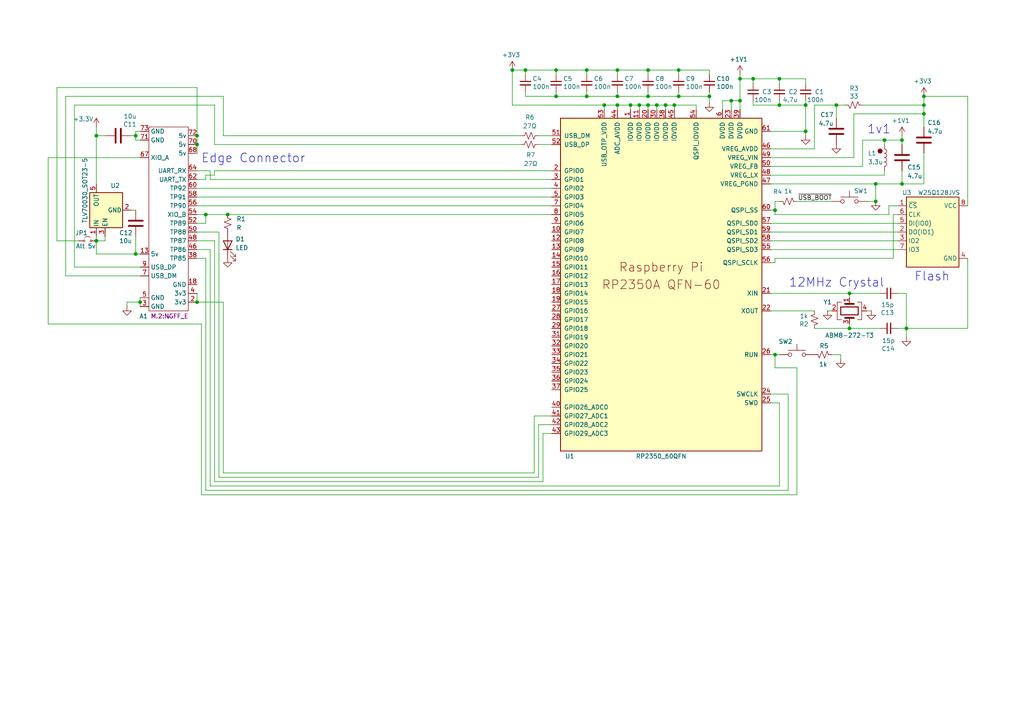
<source format=kicad_sch>
(kicad_sch (version 20231120) (generator "eeschema") (generator_version "8.0")
  (paper "A4")
  (title_block (title "minimal blink layout") (date "2024-10-25") (rev "0.2") (company "DEFAULT") (comment 1 "https://github.com/defa1337"))
  (lib_symbols
    (symbol "DEFAULT:E_Key"
      (property "Reference" "A1" (at -30.48 -7.112 0))
      (property "Value" "~" (at -29.972 -5.08 0))
      (property "Footprint" "M.2:NGFF_E" (at -5.588 -1.27 0))
      (symbol "E_Key_0_1"
        (rectangle (start -26.67 2.54) (end 26.67 -8.89))
      )
      (symbol "E_Key_1_1"
        (pin power_in line (at -10.16 5.08 270) (length 2.54) (name "5v") (number "13"))
        (pin power_in line (at -19.05 -11.43 90) (length 2.54) (name "GND") (number "18"))
        (pin power_in line (at -24.13 -11.43 90) (length 2.54) (name "3v3") (number "2"))
        (pin power_in line (at -25.4 5.08 270) (length 2.54) (name "GND") (number "3"))
        (pin bidirectional line (at -11.43 -11.43 90) (length 2.54) (name "TP85") (number "38"))
        (pin power_in line (at -21.59 -11.43 90) (length 2.54) (name "3v3") (number "4"))
        (pin bidirectional line (at -8.89 -11.43 90) (length 2.54) (name "TP86") (number "46"))
        (pin bidirectional line (at -6.35 -11.43 90) (length 2.54) (name "TP87") (number "48"))
        (pin power_in line (at -22.86 5.08 270) (length 2.54) (name "GND") (number "5"))
        (pin bidirectional line (at -3.81 -11.43 90) (length 2.54) (name "TP88") (number "50"))
        (pin bidirectional line (at -1.27 -11.43 90) (length 2.54) (name "TP89") (number "52"))
        (pin bidirectional line (at 1.27 -11.43 90) (length 2.54) (name "XIO_B") (number "54"))
        (pin bidirectional line (at 3.81 -11.43 90) (length 2.54) (name "TP90") (number "56"))
        (pin bidirectional line (at 6.35 -11.43 90) (length 2.54) (name "TP91") (number "58"))
        (pin bidirectional line (at 8.89 -11.43 90) (length 2.54) (name "TP92") (number "60"))
        (pin output line (at 11.43 -11.43 90) (length 2.54) (name "UART_TX") (number "62"))
        (pin input line (at 13.97 -11.43 90) (length 2.54) (name "UART_RX") (number "64"))
        (pin input line (at 17.78 5.08 270) (length 2.54) (name "XIO_A") (number "67"))
        (pin power_in line (at 19.05 -11.43 90) (length 2.54) (name "5v") (number "68"))
        (pin bidirectional line (at -16.51 5.08 270) (length 2.54) (name "USB_DM") (number "7"))
        (pin power_in line (at 21.59 -11.43 90) (length 2.54) (name "5v") (number "70"))
        (pin power_in line (at 22.86 5.08 270) (length 2.54) (name "GND") (number "71"))
        (pin power_in line (at 24.13 -11.43 90) (length 2.54) (name "5v") (number "72"))
        (pin power_in line (at 25.4 5.08 270) (length 2.54) (name "GND") (number "73"))
        (pin bidirectional line (at -13.97 5.08 270) (length 2.54) (name "USB_DP") (number "9"))
      )
    )
    (symbol "Device:C" (pin_numbers hide) (pin_names (offset 0.254))
      (property "Reference" "C" (at 0.635 2.54 0))
      (property "Value" "C" (at 0.635 -2.54 0))
      (symbol "C_0_1"
        (polyline (pts (xy -2.032 -0.762) (xy 2.032 -0.762)) (stroke (width 0.508)))
        (polyline (pts (xy -2.032 0.762) (xy 2.032 0.762)) (stroke (width 0.508)))
      )
      (symbol "C_1_1"
        (pin passive line (at 0 3.81 270) (length 2.794) (name "~") (number "1"))
        (pin passive line (at 0 -3.81 90) (length 2.794) (name "~") (number "2"))
      )
    )
    (symbol "Device:C_Small" (pin_numbers hide) (pin_names (offset 0.254) hide)
      (property "Reference" "C" (at 0.254 1.778 0))
      (property "Value" "C_Small" (at 0.254 -2.032 0))
      (symbol "C_Small_0_1"
        (polyline (pts (xy -1.524 -0.508) (xy 1.524 -0.508)) (stroke (width 0.3302)))
        (polyline (pts (xy -1.524 0.508) (xy 1.524 0.508)) (stroke (width 0.3048)))
      )
      (symbol "C_Small_1_1"
        (pin passive line (at 0 2.54 270) (length 2.032) (name "~") (number "1"))
        (pin passive line (at 0 -2.54 90) (length 2.032) (name "~") (number "2"))
      )
    )
    (symbol "Device:Crystal_GND24" (pin_names (offset 1.016) hide)
      (property "Reference" "Y" (at 3.175 5.08 0))
      (property "Value" "Crystal_GND24" (at 3.175 3.175 0))
      (symbol "Crystal_GND24_0_1"
        (rectangle (start -1.143 2.54) (end 1.143 -2.54) (stroke (width 0.3048)))
        (polyline (pts (xy -2.54 0) (xy -2.032 0)))
        (polyline (pts (xy -2.032 -1.27) (xy -2.032 1.27)) (stroke (width 0.508)))
        (polyline (pts (xy 0 -3.81) (xy 0 -3.556)))
        (polyline (pts (xy 0 3.556) (xy 0 3.81)))
        (polyline (pts (xy 2.032 -1.27) (xy 2.032 1.27)) (stroke (width 0.508)))
        (polyline (pts (xy 2.032 0) (xy 2.54 0)))
        (polyline (pts (xy -2.54 -2.286) (xy -2.54 -3.556) (xy 2.54 -3.556) (xy 2.54 -2.286)))
        (polyline (pts (xy -2.54 2.286) (xy -2.54 3.556) (xy 2.54 3.556) (xy 2.54 2.286)))
      )
      (symbol "Crystal_GND24_1_1"
        (pin passive line (at -3.81 0 0) (length 1.27) (name "1") (number "1"))
        (pin passive line (at 0 5.08 270) (length 1.27) (name "2") (number "2"))
        (pin passive line (at 3.81 0 180) (length 1.27) (name "3") (number "3"))
        (pin passive line (at 0 -5.08 90) (length 1.27) (name "4") (number "4"))
      )
    )
    (symbol "Device:L" (pin_numbers hide) (pin_names (offset 1.016) hide)
      (property "Reference" "L" (at -1.27 0 90))
      (property "Value" "L" (at 1.905 0 90))
      (symbol "L_0_1"
        (arc (start 0 -2.54) (mid 0.6323 -1.905) (end 0 -1.27))
        (arc (start 0 -1.27) (mid 0.6323 -0.635) (end 0 0))
        (arc (start 0 0) (mid 0.6323 0.635) (end 0 1.27))
        (arc (start 0 1.27) (mid 0.6323 1.905) (end 0 2.54))
      )
      (symbol "L_1_1"
        (pin passive line (at 0 3.81 270) (length 1.27) (name "1") (number "1"))
        (pin passive line (at 0 -3.81 90) (length 1.27) (name "2") (number "2"))
      )
    )
    (symbol "Device:LED" (pin_numbers hide) (pin_names (offset 1.016) hide)
      (property "Reference" "D" (at 0 2.54 0))
      (property "Value" "LED" (at 0 -2.54 0))
      (symbol "LED_0_1"
        (polyline (pts (xy -1.27 -1.27) (xy -1.27 1.27)) (stroke (width 0.254)))
        (polyline (pts (xy -1.27 0) (xy 1.27 0)))
        (polyline (pts (xy 1.27 -1.27) (xy 1.27 1.27) (xy -1.27 0) (xy 1.27 -1.27)) (stroke (width 0.254)))
        (polyline (pts (xy -3.048 -0.762) (xy -4.572 -2.286) (xy -3.81 -2.286) (xy -4.572 -2.286) (xy -4.572 -1.524)))
        (polyline (pts (xy -1.778 -0.762) (xy -3.302 -2.286) (xy -2.54 -2.286) (xy -3.302 -2.286) (xy -3.302 -1.524)))
      )
      (symbol "LED_1_1"
        (pin passive line (at -3.81 0 0) (length 2.54) (name "K") (number "1"))
        (pin passive line (at 3.81 0 180) (length 2.54) (name "A") (number "2"))
      )
    )
    (symbol "Device:R_Small_US" (pin_numbers hide) (pin_names (offset 0.254) hide)
      (property "Reference" "R" (at 0.762 0.508 0))
      (property "Value" "R_Small_US" (at 0.762 -1.016 0))
      (symbol "R_Small_US_1_1"
        (polyline (pts (xy 0 0) (xy 1.016 -0.381) (xy 0 -0.762) (xy -1.016 -1.143) (xy 0 -1.524)))
        (polyline (pts (xy 0 1.524) (xy 1.016 1.143) (xy 0 0.762) (xy -1.016 0.381) (xy 0 0)))
        (pin passive line (at 0 2.54 270) (length 1.016) (name "~") (number "1"))
        (pin passive line (at 0 -2.54 90) (length 1.016) (name "~") (number "2"))
      )
    )
    (symbol "Jumper:Jumper_2_Small_Open" (pin_numbers hide) (pin_names (offset 0) hide) (exclude_from_sim yes)
      (property "Reference" "JP" (at 0 2.794 0))
      (property "Value" "Jumper_2_Small_Open" (at 0 -2.286 0))
      (symbol "Jumper_2_Small_Open_0_0"
        (circle (center -1.016 0) (radius 0.254))
        (circle (center 1.016 0) (radius 0.254))
      )
      (symbol "Jumper_2_Small_Open_0_1"
        (arc (start 0.762 1.0196) (mid 0 1.2729) (end -0.762 1.0196))
      )
      (symbol "Jumper_2_Small_Open_1_1"
        (pin passive line (at -2.54 0 0) (length 1.27) (name "A") (number "1"))
        (pin passive line (at 2.54 0 180) (length 1.27) (name "B") (number "2"))
      )
    )
    (symbol "MCU_RaspberryPi_RP2350:RP2350_60QFN" (pin_names (offset 1.016))
      (property "Reference" "U1" (at 25.146 -49.784 0))
      (property "Value" "RP2350_60QFN" (at -7.366 -49.784 0))
      (symbol "RP2350_60QFN_0_0"
        (text "Raspberry Pi" (at 0 5.08 0) (effects (font (size 2.54 2.54))))
      )
      (symbol "RP2350_60QFN_0_1"
        (rectangle (start -29.21 48.26) (end 29.21 -48.26) (stroke (width 0.254)) (fill (type background)))
      )
      (symbol "RP2350_60QFN_1_0"
        (text "RP2350A QFN-60" (at 0 0 0) (effects (font (size 2.54 2.54))))
      )
      (symbol "RP2350_60QFN_1_1"
        (pin power_in line (at 8.89 50.8 270) (length 2.54) (name "IOVDD") (number "1"))
        (pin bidirectional line (at 31.75 15.24 180) (length 2.54) (name "GPIO7") (number "10"))
        (pin power_in line (at 6.35 50.8 270) (length 2.54) (name "IOVDD") (number "11"))
        (pin bidirectional line (at 31.75 12.7 180) (length 2.54) (name "GPIO8") (number "12"))
        (pin bidirectional line (at 31.75 10.16 180) (length 2.54) (name "GPIO9") (number "13"))
        (pin bidirectional line (at 31.75 7.62 180) (length 2.54) (name "GPIO10") (number "14"))
        (pin bidirectional line (at 31.75 5.08 180) (length 2.54) (name "GPIO11") (number "15"))
        (pin bidirectional line (at 31.75 2.54 180) (length 2.54) (name "GPIO12") (number "16"))
        (pin bidirectional line (at 31.75 0 180) (length 2.54) (name "GPIO13") (number "17"))
        (pin bidirectional line (at 31.75 -2.54 180) (length 2.54) (name "GPIO14") (number "18"))
        (pin bidirectional line (at 31.75 -5.08 180) (length 2.54) (name "GPIO15") (number "19"))
        (pin bidirectional line (at 31.75 33.02 180) (length 2.54) (name "GPIO0") (number "2"))
        (pin power_in line (at 3.81 50.8 270) (length 2.54) (name "IOVDD") (number "20"))
        (pin input line (at -31.75 -2.54 0) (length 2.54) (name "XIN") (number "21"))
        (pin passive line (at -31.75 -7.62 0) (length 2.54) (name "XOUT") (number "22"))
        (pin power_in line (at -20.32 50.8 270) (length 2.54) (name "DVDD") (number "23"))
        (pin output line (at -31.75 -31.75 0) (length 2.54) (name "SWCLK") (number "24"))
        (pin bidirectional line (at -31.75 -34.29 0) (length 2.54) (name "SWD") (number "25"))
        (pin input line (at -31.75 -20.32 0) (length 2.54) (name "RUN") (number "26"))
        (pin bidirectional line (at 31.75 -7.62 180) (length 2.54) (name "GPIO16") (number "27"))
        (pin bidirectional line (at 31.75 -10.16 180) (length 2.54) (name "GPIO17") (number "28"))
        (pin bidirectional line (at 31.75 -12.7 180) (length 2.54) (name "GPIO18") (number "29"))
        (pin bidirectional line (at 31.75 30.48 180) (length 2.54) (name "GPIO1") (number "3"))
        (pin power_in line (at 1.27 50.8 270) (length 2.54) (name "IOVDD") (number "30"))
        (pin bidirectional line (at 31.75 -15.24 180) (length 2.54) (name "GPIO19") (number "31"))
        (pin bidirectional line (at 31.75 -17.78 180) (length 2.54) (name "GPIO20") (number "32"))
        (pin bidirectional line (at 31.75 -20.32 180) (length 2.54) (name "GPIO21") (number "33"))
        (pin bidirectional line (at 31.75 -22.86 180) (length 2.54) (name "GPIO22") (number "34"))
        (pin bidirectional line (at 31.75 -25.4 180) (length 2.54) (name "GPIO23") (number "35"))
        (pin bidirectional line (at 31.75 -27.94 180) (length 2.54) (name "GPIO24") (number "36"))
        (pin bidirectional line (at 31.75 -30.48 180) (length 2.54) (name "GPIO25") (number "37"))
        (pin power_in line (at -1.27 50.8 270) (length 2.54) (name "IOVDD") (number "38"))
        (pin power_in line (at -22.86 50.8 270) (length 2.54) (name "DVDD") (number "39"))
        (pin bidirectional line (at 31.75 27.94 180) (length 2.54) (name "GPIO2") (number "4"))
        (pin bidirectional line (at 31.75 -35.56 180) (length 2.54) (name "GPIO26_ADC0") (number "40"))
        (pin bidirectional line (at 31.75 -38.1 180) (length 2.54) (name "GPIO27_ADC1") (number "41"))
        (pin bidirectional line (at 31.75 -40.64 180) (length 2.54) (name "GPIO28_ADC2") (number "42"))
        (pin bidirectional line (at 31.75 -43.18 180) (length 2.54) (name "GPIO29_ADC3") (number "43"))
        (pin power_in line (at 12.7 50.8 270) (length 2.54) (name "ADC_AVDD") (number "44"))
        (pin power_in line (at -3.81 50.8 270) (length 2.54) (name "IOVDD") (number "45"))
        (pin power_in line (at -31.75 39.37 0) (length 2.54) (name "VREG_AVDD") (number "46"))
        (pin power_in line (at -31.75 29.21 0) (length 2.54) (name "VREG_PGND") (number "47"))
        (pin power_out line (at -31.75 31.75 0) (length 2.54) (name "VREG_LX") (number "48"))
        (pin power_in line (at -31.75 36.83 0) (length 2.54) (name "VREG_VIN") (number "49"))
        (pin bidirectional line (at 31.75 25.4 180) (length 2.54) (name "GPIO3") (number "5"))
        (pin input line (at -31.75 34.29 0) (length 2.54) (name "VREG_FB") (number "50"))
        (pin bidirectional line (at 31.75 43.18 180) (length 2.54) (name "USB_DM") (number "51"))
        (pin bidirectional line (at 31.75 40.64 180) (length 2.54) (name "USB_DP") (number "52"))
        (pin power_in line (at 16.51 50.8 270) (length 2.54) (name "USB_OTP_VDD") (number "53"))
        (pin power_in line (at -10.16 50.8 270) (length 2.54) (name "QSPI_IOVDD") (number "54"))
        (pin bidirectional line (at -31.75 10.16 0) (length 2.54) (name "QSPI_SD3") (number "55"))
        (pin output line (at -31.75 6.35 0) (length 2.54) (name "QSPI_SCLK") (number "56"))
        (pin bidirectional line (at -31.75 17.78 0) (length 2.54) (name "QSPI_SD0") (number "57"))
        (pin bidirectional line (at -31.75 12.7 0) (length 2.54) (name "QSPI_SD2") (number "58"))
        (pin bidirectional line (at -31.75 15.24 0) (length 2.54) (name "QSPI_SD1") (number "59"))
        (pin power_in line (at -17.78 50.8 270) (length 2.54) (name "DVDD") (number "6"))
        (pin bidirectional line (at -31.75 21.59 0) (length 2.54) (name "QSPI_SS") (number "60"))
        (pin power_in line (at -31.75 44.45 0) (length 2.54) (name "GND") (number "61"))
        (pin bidirectional line (at 31.75 22.86 180) (length 2.54) (name "GPIO4") (number "7"))
        (pin bidirectional line (at 31.75 20.32 180) (length 2.54) (name "GPIO5") (number "8"))
        (pin bidirectional line (at 31.75 17.78 180) (length 2.54) (name "GPIO6") (number "9"))
      )
    )
    (symbol "Memory_Flash:W25Q128JVS"
      (property "Reference" "U3" (at 6.096 12.192 0))
      (property "Value" "W25Q128JVS" (at -7.62 11.684 0))
      (symbol "W25Q128JVS_0_1"
        (rectangle (start -7.62 10.16) (end 7.62 -10.16) (stroke (width 0.254)) (fill (type background)))
      )
      (symbol "W25Q128JVS_1_1"
        (pin input line (at -10.16 7.62 0) (length 2.54) (name "~{CS}") (number "1"))
        (pin bidirectional line (at -10.16 0 0) (length 2.54) (name "DO(IO1)") (number "2"))
        (pin bidirectional line (at -10.16 -2.54 0) (length 2.54) (name "IO2") (number "3"))
        (pin power_in line (at 10.16 -7.62 180) (length 2.54) (name "GND") (number "4"))
        (pin bidirectional line (at -10.16 2.54 0) (length 2.54) (name "DI(IO0)") (number "5"))
        (pin input line (at -10.16 5.08 0) (length 2.54) (name "CLK") (number "6"))
        (pin bidirectional line (at -10.16 -5.08 0) (length 2.54) (name "IO3") (number "7"))
        (pin power_in line (at 10.16 7.62 180) (length 2.54) (name "VCC") (number "8"))
      )
    )
    (symbol "Regulator_Linear:TLV70030_SOT23-5" (pin_names (offset 0.254))
      (property "Reference" "U" (at -3.81 5.715 0))
      (property "Value" "TLV70030_SOT23-5" (at 0 5.715 0))
      (symbol "TLV70030_SOT23-5_0_1"
        (rectangle (start -5.08 4.445) (end 5.08 -5.08) (stroke (width 0.254)) (fill (type background)))
      )
      (symbol "TLV70030_SOT23-5_1_1"
        (pin power_in line (at -7.62 2.54 0) (length 2.54) (name "IN") (number "1"))
        (pin power_in line (at 0 -7.62 90) (length 2.54) (name "GND") (number "2"))
        (pin input line (at -7.62 0 0) (length 2.54) (name "EN") (number "3"))
        (pin no_connect line (at 5.08 0 180) (length 2.54) hide (name "NC") (number "4"))
        (pin power_out line (at 7.62 2.54 180) (length 2.54) (name "OUT") (number "5"))
      )
    )
    (symbol "Switch:SW_Push" (pin_numbers hide) (pin_names (offset 1.016) hide)
      (property "Reference" "SW" (at 1.27 2.54 0))
      (property "Value" "SW_Push" (at 0 -1.524 0))
      (symbol "SW_Push_0_1"
        (circle (center -2.032 0) (radius 0.508))
        (polyline (pts (xy 0 1.27) (xy 0 3.048)))
        (polyline (pts (xy 2.54 1.27) (xy -2.54 1.27)))
        (circle (center 2.032 0) (radius 0.508))
        (pin passive line (at -5.08 0 0) (length 2.54) (name "1") (number "1"))
        (pin passive line (at 5.08 0 180) (length 2.54) (name "2") (number "2"))
      )
    )
    (symbol "power:+1V1" (power) (pin_names (offset 0))
      (property "Value" "+1V1" (at 0 3.556 0))
      (symbol "+1V1_0_1"
        (polyline (pts (xy -0.762 1.27) (xy 0 2.54)))
        (polyline (pts (xy 0 0) (xy 0 2.54)))
        (polyline (pts (xy 0 2.54) (xy 0.762 1.27)))
      )
      (symbol "+1V1_1_1"
        (pin power_in line (at 0 0 90) (length 0) hide (name "+1V1") (number "1"))
      )
    )
    (symbol "power:+3.3V" (power) (pin_numbers hide) (pin_names (offset 0) hide)
      (property "Value" "+3.3V" (at 0 3.556 0))
      (symbol "+3.3V_0_1"
        (polyline (pts (xy -0.762 1.27) (xy 0 2.54)))
        (polyline (pts (xy 0 0) (xy 0 2.54)))
        (polyline (pts (xy 0 2.54) (xy 0.762 1.27)))
      )
      (symbol "+3.3V_1_1"
        (pin power_in line (at 0 0 90) (length 0) (name "~") (number "1"))
      )
    )
    (symbol "power:+3V3" (power) (pin_names (offset 0))
      (property "Value" "+3V3" (at 0 3.556 0))
      (symbol "+3V3_0_1"
        (polyline (pts (xy -0.762 1.27) (xy 0 2.54)))
        (polyline (pts (xy 0 0) (xy 0 2.54)))
        (polyline (pts (xy 0 2.54) (xy 0.762 1.27)))
      )
      (symbol "+3V3_1_1"
        (pin power_in line (at 0 0 90) (length 0) hide (name "+3V3") (number "1"))
      )
    )
    (symbol "power:GND" (power) (pin_numbers hide) (pin_names (offset 0) hide)
      (property "Value" "GND" (at 0 -3.81 0))
      (symbol "GND_0_1"
        (polyline (pts (xy 0 0) (xy 0 -1.27) (xy 1.27 -1.27) (xy 0 -2.54) (xy -1.27 -1.27) (xy 0 -1.27)))
      )
      (symbol "GND_1_1"
        (pin power_in line (at 0 0 270) (length 0) (name "~") (number "1"))
      )
    )
  )
  (junction (at 224.79 102.87))
  (junction (at 214.63 29.21))
  (junction (at 27.94 69.85))
  (junction (at 233.68 30.48))
  (junction (at 224.79 60.96))
  (junction (at 161.29 20.32))
  (junction (at 175.26 30.48))
  (junction (at 267.97 27.94))
  (junction (at 205.74 27.94))
  (junction (at 57.15 39.37))
  (junction (at 246.38 95.25))
  (junction (at 226.06 30.48))
  (junction (at 40.64 87.63))
  (junction (at 179.07 27.94))
  (junction (at 179.07 30.48))
  (junction (at 193.04 30.48))
  (junction (at 152.4 20.32))
  (junction (at 267.97 30.48))
  (junction (at 179.07 20.32))
  (junction (at 185.42 30.48))
  (junction (at 39.37 39.37))
  (junction (at 246.38 85.09))
  (junction (at 242.57 30.48))
  (junction (at 182.88 30.48))
  (junction (at 190.5 30.48))
  (junction (at 254 53.34))
  (junction (at 187.96 27.94))
  (junction (at 170.18 27.94))
  (junction (at 267.97 33.02))
  (junction (at 59.69 62.23))
  (junction (at 196.85 27.94))
  (junction (at 254 58.42))
  (junction (at 256.54 40.64))
  (junction (at 57.15 87.63))
  (junction (at 226.06 22.86))
  (junction (at 187.96 30.48))
  (junction (at 57.15 41.91))
  (junction (at 212.09 29.21))
  (junction (at 261.62 40.64))
  (junction (at 195.58 30.48))
  (junction (at 214.63 22.86))
  (junction (at 262.89 95.25))
  (junction (at 187.96 20.32))
  (junction (at 170.18 20.32))
  (junction (at 148.59 20.32))
  (junction (at 233.68 38.1))
  (junction (at 27.94 39.37))
  (junction (at 161.29 27.94))
  (junction (at 261.62 53.34))
  (junction (at 196.85 20.32))
  (junction (at 218.44 22.86))
  (junction (at 39.37 73.66))
  (junction (at 66.04 62.23))
  (wire (pts (xy 223.52 116.84) (xy 226.06 116.84)))
  (wire (pts (xy 182.88 30.48) (xy 182.88 31.75)))
  (wire (pts (xy 27.94 73.66) (xy 39.37 73.66)))
  (wire (pts (xy 187.96 31.75) (xy 187.96 30.48)))
  (wire (pts (xy 57.15 59.69) (xy 160.02 59.69)))
  (wire (pts (xy 57.15 67.31) (xy 63.5 67.31)))
  (wire (pts (xy 63.5 138.43) (xy 156.21 138.43)))
  (wire (pts (xy 261.62 49.53) (xy 261.62 53.34)))
  (wire (pts (xy 226.06 140.97) (xy 60.96 140.97)))
  (wire (pts (xy 57.15 52.07) (xy 59.69 52.07)))
  (wire (pts (xy 233.68 24.13) (xy 233.68 22.86)))
  (wire (pts (xy 179.07 26.67) (xy 179.07 27.94)))
  (wire (pts (xy 40.64 80.01) (xy 19.05 80.01)))
  (wire (pts (xy 223.52 48.26) (xy 250.19 48.26)))
  (wire (pts (xy 63.5 67.31) (xy 63.5 138.43)))
  (wire (pts (xy 59.69 52.07) (xy 59.69 50.8)))
  (wire (pts (xy 57.15 49.53) (xy 60.96 49.53)))
  (wire (pts (xy 224.79 74.93) (xy 224.79 76.2)))
  (wire (pts (xy 224.79 106.68) (xy 231.14 106.68)))
  (wire (pts (xy 223.52 102.87) (xy 224.79 102.87)))
  (wire (pts (xy 170.18 26.67) (xy 170.18 27.94)))
  (wire (pts (xy 66.04 62.23) (xy 160.02 62.23)))
  (wire (pts (xy 224.79 102.87) (xy 226.06 102.87)))
  (wire (pts (xy 201.93 31.75) (xy 201.93 30.48)))
  (wire (pts (xy 231.14 106.68) (xy 231.14 143.51)))
  (wire (pts (xy 57.15 57.15) (xy 160.02 57.15)))
  (wire (pts (xy 57.15 25.4) (xy 16.51 25.4)))
  (wire (pts (xy 40.64 87.63) (xy 40.64 88.9)))
  (wire (pts (xy 179.07 20.32) (xy 187.96 20.32)))
  (wire (pts (xy 160.02 41.91) (xy 156.21 41.91)))
  (wire (pts (xy 16.51 25.4) (xy 16.51 69.85)))
  (wire (pts (xy 13.97 45.72) (xy 40.64 45.72)))
  (wire (pts (xy 62.23 41.91) (xy 62.23 30.48)))
  (wire (pts (xy 280.67 95.25) (xy 262.89 95.25)))
  (wire (pts (xy 179.07 27.94) (xy 187.96 27.94)))
  (wire (pts (xy 30.48 69.85) (xy 27.94 69.85)))
  (wire (pts (xy 195.58 30.48) (xy 193.04 30.48)))
  (wire (pts (xy 161.29 27.94) (xy 170.18 27.94)))
  (wire (pts (xy 161.29 20.32) (xy 170.18 20.32)))
  (wire (pts (xy 247.65 33.02) (xy 247.65 45.72)))
  (wire (pts (xy 218.44 22.86) (xy 214.63 22.86)))
  (wire (pts (xy 57.15 39.37) (xy 57.15 41.91)))
  (wire (pts (xy 280.67 27.94) (xy 280.67 59.69)))
  (wire (pts (xy 267.97 30.48) (xy 250.19 30.48)))
  (wire (pts (xy 255.27 95.25) (xy 246.38 95.25)))
  (wire (pts (xy 241.3 90.17) (xy 240.03 90.17)))
  (wire (pts (xy 57.15 54.61) (xy 160.02 54.61)))
  (wire (pts (xy 259.08 62.23) (xy 259.08 74.93)))
  (wire (pts (xy 212.09 31.75) (xy 212.09 29.21)))
  (wire (pts (xy 224.79 58.42) (xy 224.79 60.96)))
  (wire (pts (xy 212.09 29.21) (xy 214.63 29.21)))
  (wire (pts (xy 262.89 85.09) (xy 262.89 95.25)))
  (wire (pts (xy 62.23 139.7) (xy 62.23 69.85)))
  (wire (pts (xy 255.27 85.09) (xy 246.38 85.09)))
  (wire (pts (xy 260.35 95.25) (xy 262.89 95.25)))
  (wire (pts (xy 64.77 137.16) (xy 154.94 137.16)))
  (wire (pts (xy 19.05 80.01) (xy 19.05 27.94)))
  (wire (pts (xy 261.62 39.37) (xy 261.62 40.64)))
  (wire (pts (xy 236.22 43.18) (xy 236.22 30.48)))
  (wire (pts (xy 214.63 22.86) (xy 214.63 29.21)))
  (wire (pts (xy 209.55 29.21) (xy 209.55 31.75)))
  (wire (pts (xy 233.68 29.21) (xy 233.68 30.48)))
  (wire (pts (xy 196.85 27.94) (xy 205.74 27.94)))
  (wire (pts (xy 151.13 41.91) (xy 62.23 41.91)))
  (wire (pts (xy 36.83 87.63) (xy 40.64 87.63)))
  (wire (pts (xy 214.63 29.21) (xy 214.63 31.75)))
  (wire (pts (xy 218.44 24.13) (xy 218.44 22.86)))
  (wire (pts (xy 154.94 137.16) (xy 154.94 120.65)))
  (wire (pts (xy 224.79 76.2) (xy 223.52 76.2)))
  (wire (pts (xy 60.96 140.97) (xy 60.96 72.39)))
  (wire (pts (xy 223.52 114.3) (xy 228.6 114.3)))
  (wire (pts (xy 59.69 50.8) (xy 62.23 50.8)))
  (wire (pts (xy 242.57 30.48) (xy 245.11 30.48)))
  (wire (pts (xy 59.69 142.24) (xy 228.6 142.24)))
  (wire (pts (xy 39.37 68.58) (xy 39.37 73.66)))
  (wire (pts (xy 187.96 20.32) (xy 196.85 20.32)))
  (wire (pts (xy 195.58 31.75) (xy 195.58 30.48)))
  (wire (pts (xy 39.37 73.66) (xy 40.64 73.66)))
  (wire (pts (xy 226.06 58.42) (xy 224.79 58.42)))
  (wire (pts (xy 27.94 69.85) (xy 27.94 73.66)))
  (wire (pts (xy 254 53.34) (xy 261.62 53.34)))
  (wire (pts (xy 250.19 40.64) (xy 256.54 40.64)))
  (wire (pts (xy 233.68 30.48) (xy 233.68 38.1)))
  (wire (pts (xy 241.3 102.87) (xy 243.84 102.87)))
  (wire (pts (xy 223.52 69.85) (xy 260.35 69.85)))
  (wire (pts (xy 16.51 69.85) (xy 22.86 69.85)))
  (wire (pts (xy 246.38 93.98) (xy 246.38 95.25)))
  (wire (pts (xy 62.23 50.8) (xy 62.23 49.53)))
  (wire (pts (xy 280.67 74.93) (xy 280.67 95.25)))
  (wire (pts (xy 257.81 59.69) (xy 257.81 62.23)))
  (wire (pts (xy 233.68 22.86) (xy 226.06 22.86)))
  (wire (pts (xy 60.96 52.07) (xy 160.02 52.07)))
  (wire (pts (xy 231.14 58.42) (xy 241.3 58.42)))
  (wire (pts (xy 226.06 30.48) (xy 218.44 30.48)))
  (wire (pts (xy 156.21 39.37) (xy 160.02 39.37)))
  (wire (pts (xy 62.23 69.85) (xy 57.15 69.85)))
  (wire (pts (xy 57.15 74.93) (xy 59.69 74.93)))
  (wire (pts (xy 190.5 31.75) (xy 190.5 30.48)))
  (wire (pts (xy 152.4 20.32) (xy 161.29 20.32)))
  (wire (pts (xy 156.21 123.19) (xy 160.02 123.19)))
  (wire (pts (xy 64.77 87.63) (xy 64.77 137.16)))
  (wire (pts (xy 38.1 39.37) (xy 39.37 39.37)))
  (wire (pts (xy 64.77 39.37) (xy 151.13 39.37)))
  (wire (pts (xy 223.52 53.34) (xy 254 53.34)))
  (wire (pts (xy 57.15 64.77) (xy 59.69 64.77)))
  (wire (pts (xy 170.18 21.59) (xy 170.18 20.32)))
  (wire (pts (xy 179.07 31.75) (xy 179.07 30.48)))
  (wire (pts (xy 185.42 31.75) (xy 185.42 30.48)))
  (wire (pts (xy 58.42 93.98) (xy 13.97 93.98)))
  (wire (pts (xy 60.96 49.53) (xy 60.96 52.07)))
  (wire (pts (xy 231.14 143.51) (xy 58.42 143.51)))
  (wire (pts (xy 148.59 20.32) (xy 152.4 20.32)))
  (wire (pts (xy 223.52 45.72) (xy 247.65 45.72)))
  (wire (pts (xy 39.37 40.64) (xy 40.64 40.64)))
  (wire (pts (xy 260.35 85.09) (xy 262.89 85.09)))
  (wire (pts (xy 30.48 68.58) (xy 30.48 69.85)))
  (wire (pts (xy 224.79 62.23) (xy 224.79 60.96)))
  (wire (pts (xy 187.96 21.59) (xy 187.96 20.32)))
  (wire (pts (xy 223.52 50.8) (xy 256.54 50.8)))
  (wire (pts (xy 160.02 125.73) (xy 157.48 125.73)))
  (wire (pts (xy 182.88 30.48) (xy 179.07 30.48)))
  (wire (pts (xy 223.52 67.31) (xy 260.35 67.31)))
  (wire (pts (xy 27.94 36.83) (xy 27.94 39.37)))
  (wire (pts (xy 64.77 27.94) (xy 64.77 39.37)))
  (wire (pts (xy 256.54 40.64) (xy 256.54 41.91)))
  (wire (pts (xy 161.29 26.67) (xy 161.29 27.94)))
  (wire (pts (xy 267.97 30.48) (xy 267.97 33.02)))
  (wire (pts (xy 179.07 21.59) (xy 179.07 20.32)))
  (wire (pts (xy 40.64 86.36) (xy 40.64 87.63)))
  (wire (pts (xy 205.74 27.94) (xy 205.74 29.845)))
  (wire (pts (xy 21.59 77.47) (xy 40.64 77.47)))
  (wire (pts (xy 223.52 72.39) (xy 260.35 72.39)))
  (wire (pts (xy 228.6 114.3) (xy 228.6 142.24)))
  (wire (pts (xy 27.94 39.37) (xy 30.48 39.37)))
  (wire (pts (xy 152.4 21.59) (xy 152.4 20.32)))
  (wire (pts (xy 157.48 139.7) (xy 62.23 139.7)))
  (wire (pts (xy 224.79 106.68) (xy 224.79 102.87)))
  (wire (pts (xy 257.81 62.23) (xy 224.79 62.23)))
  (wire (pts (xy 205.74 21.59) (xy 205.74 20.32)))
  (wire (pts (xy 224.79 74.93) (xy 259.08 74.93)))
  (wire (pts (xy 185.42 30.48) (xy 182.88 30.48)))
  (wire (pts (xy 267.97 33.02) (xy 247.65 33.02)))
  (wire (pts (xy 280.67 27.94) (xy 267.97 27.94)))
  (wire (pts (xy 196.85 26.67) (xy 196.85 27.94)))
  (wire (pts (xy 267.97 33.02) (xy 267.97 36.83)))
  (wire (pts (xy 39.37 38.1) (xy 39.37 39.37)))
  (wire (pts (xy 57.15 87.63) (xy 64.77 87.63)))
  (wire (pts (xy 251.46 58.42) (xy 254 58.42)))
  (wire (pts (xy 212.09 29.21) (xy 209.55 29.21)))
  (wire (pts (xy 187.96 27.94) (xy 196.85 27.94)))
  (wire (pts (xy 154.94 120.65) (xy 160.02 120.65)))
  (wire (pts (xy 148.59 20.32) (xy 148.59 30.48)))
  (wire (pts (xy 39.37 38.1) (xy 40.64 38.1)))
  (wire (pts (xy 224.79 60.96) (xy 223.52 60.96)))
  (wire (pts (xy 256.54 49.53) (xy 256.54 50.8)))
  (wire (pts (xy 59.69 62.23) (xy 66.04 62.23)))
  (wire (pts (xy 205.74 26.67) (xy 205.74 27.94)))
  (wire (pts (xy 152.4 26.67) (xy 152.4 27.94)))
  (wire (pts (xy 175.26 30.48) (xy 175.26 31.75)))
  (wire (pts (xy 148.59 30.48) (xy 175.26 30.48)))
  (wire (pts (xy 250.19 48.26) (xy 250.19 40.64)))
  (wire (pts (xy 223.52 38.1) (xy 233.68 38.1)))
  (wire (pts (xy 157.48 125.73) (xy 157.48 139.7)))
  (wire (pts (xy 27.94 39.37) (xy 27.94 53.34)))
  (wire (pts (xy 36.83 88.9) (xy 36.83 87.63)))
  (wire (pts (xy 223.52 85.09) (xy 246.38 85.09)))
  (wire (pts (xy 187.96 30.48) (xy 185.42 30.48)))
  (wire (pts (xy 21.59 30.48) (xy 21.59 77.47)))
  (wire (pts (xy 226.06 29.21) (xy 226.06 30.48)))
  (wire (pts (xy 57.15 62.23) (xy 59.69 62.23)))
  (wire (pts (xy 62.23 49.53) (xy 160.02 49.53)))
  (wire (pts (xy 223.52 43.18) (xy 236.22 43.18)))
  (wire (pts (xy 59.69 64.77) (xy 59.69 62.23)))
  (wire (pts (xy 187.96 26.67) (xy 187.96 27.94)))
  (wire (pts (xy 62.23 30.48) (xy 21.59 30.48)))
  (wire (pts (xy 246.38 86.36) (xy 246.38 85.09)))
  (wire (pts (xy 27.94 68.58) (xy 27.94 69.85)))
  (wire (pts (xy 58.42 143.51) (xy 58.42 93.98)))
  (wire (pts (xy 236.22 95.25) (xy 246.38 95.25)))
  (wire (pts (xy 39.37 60.96) (xy 38.1 60.96)))
  (wire (pts (xy 242.57 30.48) (xy 242.57 34.29)))
  (wire (pts (xy 256.54 40.64) (xy 261.62 40.64)))
  (wire (pts (xy 19.05 27.94) (xy 64.77 27.94)))
  (wire (pts (xy 236.22 30.48) (xy 242.57 30.48)))
  (wire (pts (xy 57.15 41.91) (xy 57.15 44.45)))
  (wire (pts (xy 57.15 39.37) (xy 57.15 25.4)))
  (wire (pts (xy 179.07 30.48) (xy 175.26 30.48)))
  (wire (pts (xy 243.84 102.87) (xy 243.84 104.14)))
  (wire (pts (xy 252.73 90.17) (xy 251.46 90.17)))
  (wire (pts (xy 57.15 85.09) (xy 57.15 87.63)))
  (wire (pts (xy 261.62 41.91) (xy 261.62 40.64)))
  (wire (pts (xy 152.4 27.94) (xy 161.29 27.94)))
  (wire (pts (xy 190.5 30.48) (xy 187.96 30.48)))
  (wire (pts (xy 193.04 31.75) (xy 193.04 30.48)))
  (wire (pts (xy 233.68 38.1) (xy 233.68 39.37)))
  (wire (pts (xy 170.18 20.32) (xy 179.07 20.32)))
  (wire (pts (xy 193.04 30.48) (xy 190.5 30.48)))
  (wire (pts (xy 196.85 20.32) (xy 205.74 20.32)))
  (wire (pts (xy 254 53.34) (xy 254 58.42)))
  (wire (pts (xy 39.37 39.37) (xy 39.37 40.64)))
  (wire (pts (xy 262.89 95.25) (xy 262.89 97.79)))
  (wire (pts (xy 223.52 64.77) (xy 260.35 64.77)))
  (wire (pts (xy 156.21 138.43) (xy 156.21 123.19)))
  (wire (pts (xy 196.85 21.59) (xy 196.85 20.32)))
  (wire (pts (xy 201.93 30.48) (xy 195.58 30.48)))
  (wire (pts (xy 60.96 72.39) (xy 57.15 72.39)))
  (wire (pts (xy 59.69 74.93) (xy 59.69 142.24)))
  (wire (pts (xy 260.35 59.69) (xy 257.81 59.69)))
  (wire (pts (xy 226.06 24.13) (xy 226.06 22.86)))
  (wire (pts (xy 226.06 116.84) (xy 226.06 140.97)))
  (wire (pts (xy 267.97 44.45) (xy 267.97 53.34)))
  (wire (pts (xy 223.52 90.17) (xy 236.22 90.17)))
  (wire (pts (xy 226.06 22.86) (xy 218.44 22.86)))
  (wire (pts (xy 260.35 62.23) (xy 259.08 62.23)))
  (wire (pts (xy 233.68 30.48) (xy 226.06 30.48)))
  (wire (pts (xy 214.63 21.59) (xy 214.63 22.86)))
  (wire (pts (xy 267.97 27.94) (xy 267.97 30.48)))
  (wire (pts (xy 161.29 21.59) (xy 161.29 20.32)))
  (wire (pts (xy 170.18 27.94) (xy 179.07 27.94)))
  (wire (pts (xy 261.62 53.34) (xy 267.97 53.34)))
  (wire (pts (xy 218.44 30.48) (xy 218.44 29.21)))
  (wire (pts (xy 13.97 45.72) (xy 13.97 93.98)))
  (circle (center 255.27 43.815) (radius 0.635) (stroke (width 0) (color 132 0 0 1)) (fill (type color) (color 132 0 0 1)))
  (text "Edge Connector" (at 88.646 47.498 0) (effects (font (size 2.54 2.54)) (justify right bottom)))
  (text "1v1" (at 251.46 39.116 0) (effects (font (size 2.54 2.54)) (justify left bottom)))
  (text "Flash" (at 265.176 81.788 0) (effects (font (size 2.54 2.54)) (justify left bottom)))
  (text "12MHz Crystal" (at 256.54 83.566 0) (effects (font (size 2.54 2.54)) (justify right bottom)))
  (label "~{USB_BOOT}" (at 241.3 58.42 180))
  (symbol (lib_id "Switch:SW_Push") (at 246.38 58.42 0) (mirror y) (unit 1)
    (property "Reference" "SW1" (at 249.682 55.372 0))
    (property "Value" "SW_Push" (effects (hide yes)))
    (property "Footprint" "Button_Switch_SMD:SW_Push_1P1T_NO_Vertical_Wuerth_434133025816" (effects (hide yes)))
  )
  (symbol (lib_id "Device:R_Small_US") (at 236.22 92.71 0) (mirror x) (unit 1)
    (property "Reference" "R2" (at 233.172 94.0054 0))
    (property "Value" "1k" (at 233.172 91.694 0))
    (property "Footprint" "Resistor_SMD:R_0402_1005Metric" (effects (hide yes)))
    (property "Description" "Resistor, small US symbol" (effects (hide yes)))
  )
  (symbol (lib_id "Device:C_Small") (at 226.06 26.67 0) (mirror y) (unit 1)
    (property "Reference" "C2" (at 231.394 26.6446 0) (effects (justify left)))
    (property "Value" "4.7u" (at 231.394 28.956 0) (effects (justify left)))
    (property "Footprint" "Capacitor_SMD:C_0402_1005Metric" (effects (hide yes)))
    (property "Description" "Unpolarized capacitor, small symbol" (effects (hide yes)))
  )
  (symbol (lib_id "power:GND") (at 243.84 104.14 0) (mirror y) (unit 1)
    (property "Reference" "#PWR03" (effects (hide yes)))
    (property "Value" "GND" (effects (hide yes)))
  )
  (symbol (lib_id "Device:R_Small_US") (at 228.6 58.42 90) (mirror x) (unit 1)
    (property "Reference" "R4" (at 225.552 55.626 90))
    (property "Value" "1k" (at 228.6 55.4736 90))
    (property "Footprint" "Resistor_SMD:R_0402_1005Metric" (effects (hide yes)))
    (property "Description" "Resistor, small US symbol" (effects (hide yes)))
  )
  (symbol (lib_id "Jumper:Jumper_2_Small_Open") (at 25.4 69.85 0) (unit 1) (exclude_from_sim yes)
    (property "Reference" "JP1" (at 23.622 67.564 0))
    (property "Value" "Alt 5v" (at 24.892 71.374 0))
    (property "Description" "Jumper, 2-pole, small symbol, open" (effects (hide yes)))
  )
  (symbol (lib_id "power:GND") (at 242.57 41.91 0) (mirror y) (unit 1)
    (property "Reference" "#PWR020" (effects (hide yes)))
    (property "Value" "GND" (effects (hide yes)))
  )
  (symbol (lib_id "Device:C_Small") (at 152.4 24.13 0) (unit 1)
    (property "Reference" "C4" (at 154.432 22.8346 0) (effects (justify left)))
    (property "Value" "100n" (at 154.432 25.146 0) (effects (justify left)))
    (property "Footprint" "Capacitor_SMD:C_0402_1005Metric" (effects (hide yes)))
    (property "Description" "Unpolarized capacitor, small symbol" (effects (hide yes)))
  )
  (symbol (lib_id "power:GND") (at 262.89 97.79 0) (mirror y) (unit 1)
    (property "Reference" "#PWR08" (effects (hide yes)))
    (property "Value" "GND" (effects (hide yes)))
  )
  (symbol (lib_id "Device:C") (at 39.37 64.77 0) (unit 1)
    (property "Reference" "C12" (at 34.544 67.5386 0) (effects (justify left)))
    (property "Value" "10u" (at 34.544 69.85 0) (effects (justify left)))
    (property "Footprint" "Capacitor_SMD:C_0805_2012Metric" (effects (hide yes)))
  )
  (symbol (lib_id "Device:R_Small_US") (at 153.67 39.37 90) (unit 1)
    (property "Reference" "R6" (at 153.67 34.036 90))
    (property "Value" "27Ω" (at 153.67 36.576 90))
    (property "Description" "Resistor, small US symbol" (effects (hide yes)))
  )
  (symbol (lib_id "power:GND") (at 205.74 29.845 0) (mirror y) (unit 1)
    (property "Reference" "#PWR014" (effects (hide yes)))
    (property "Value" "GND" (effects (hide yes)))
  )
  (symbol (lib_id "power:GND") (at 36.83 88.9 0) (unit 1)
    (property "Reference" "#PWR01" (effects (hide yes)))
    (property "Value" "GND" (effects (hide yes)))
    (property "Description" "Power symbol creates a global label with name \"GND\" , ground" (effects (hide yes)))
  )
  (symbol (lib_id "Device:C_Small") (at 187.96 24.13 0) (unit 1)
    (property "Reference" "C8" (at 189.992 22.8346 0) (effects (justify left)))
    (property "Value" "100n" (at 189.992 25.146 0) (effects (justify left)))
    (property "Footprint" "Capacitor_SMD:C_0402_1005Metric" (effects (hide yes)))
    (property "Description" "Unpolarized capacitor, small symbol" (effects (hide yes)))
  )
  (symbol (lib_id "power:GND") (at 233.68 39.37 0) (mirror y) (unit 1)
    (property "Reference" "#PWR011" (effects (hide yes)))
    (property "Value" "GND" (effects (hide yes)))
  )
  (symbol (lib_id "MCU_RaspberryPi_RP2350:RP2350_60QFN") (at 191.77 82.55 0) (mirror y) (unit 1)
    (property "Reference" "U1" (at 166.624 132.334 0) (effects (justify left)))
    (property "Value" "RP2350_60QFN" (at 199.136 132.334 0) (effects (justify left)))
    (property "Footprint" "RP2350_60QFN_minimal:RP2350-QFN-60-1EP_7x7_P0.4mm_EP3.4x3.4mm_ThermalVias" (effects (hide yes)))
  )
  (symbol (lib_id "Device:C_Small") (at 196.85 24.13 0) (unit 1)
    (property "Reference" "C9" (at 198.882 22.8346 0) (effects (justify left)))
    (property "Value" "100n" (at 198.882 25.146 0) (effects (justify left)))
    (property "Footprint" "Capacitor_SMD:C_0402_1005Metric" (effects (hide yes)))
    (property "Description" "Unpolarized capacitor, small symbol" (effects (hide yes)))
  )
  (symbol (lib_id "Device:C_Small") (at 257.81 85.09 90) (mirror x) (unit 1)
    (property "Reference" "C13" (at 259.334 90.7034 90) (effects (justify left)))
    (property "Value" "15p" (at 259.334 88.392 90) (effects (justify left)))
    (property "Footprint" "Capacitor_SMD:C_0402_1005Metric" (effects (hide yes)))
    (property "Description" "Unpolarized capacitor, small symbol" (effects (hide yes)))
  )
  (symbol (lib_id "power:+3V3") (at 267.97 27.94 0) (mirror y) (unit 1)
    (property "Reference" "#PWR015" (effects (hide yes)))
    (property "Value" "+3V3" (at 267.589 23.5458 0))
  )
  (symbol (lib_id "Device:C_Small") (at 205.74 24.13 0) (unit 1)
    (property "Reference" "C10" (at 207.772 22.8346 0) (effects (justify left)))
    (property "Value" "100n" (at 207.772 25.146 0) (effects (justify left)))
    (property "Footprint" "Capacitor_SMD:C_0402_1005Metric" (effects (hide yes)))
    (property "Description" "Unpolarized capacitor, small symbol" (effects (hide yes)))
  )
  (symbol (lib_id "Device:Crystal_GND24") (at 246.38 90.17 90) (mirror x) (unit 1)
    (property "Reference" "Y1" (at 241.3 87.63 90) (effects (justify left)))
    (property "Value" "ABM8-272-T3" (at 253.492 97.282 90) (effects (justify left)))
    (property "Footprint" "Crystal:Crystal_SMD_3225-4Pin_3.2x2.5mm" (effects (hide yes)))
  )
  (symbol (lib_id "Memory_Flash:W25Q128JVS") (at 270.51 67.31 0) (unit 1)
    (property "Reference" "U3" (at 261.62 55.88 0) (effects (justify left)))
    (property "Value" "W25Q128JVS" (at 266.192 55.88 0) (effects (justify left)))
    (property "Footprint" "Package_SO:SOIC-8_5.23x5.23mm_P1.27mm" (effects (hide yes)))
    (property "Datasheet" "http://www.winbond.com/resource-files/w25q128jv_dtr%20revc%2003272018%20plus.pdf" (effects (hide yes)))
    (property "Description" "128Mb Serial Flash Memory, Standard/Dual/Quad SPI, SOIC-8" (effects (hide yes)))
  )
  (symbol (lib_id "Device:C") (at 261.62 45.72 0) (unit 1)
    (property "Reference" "C15" (at 263.144 48.5171 0) (effects (justify left)))
    (property "Value" "4.7u" (at 263.144 51.054 0) (effects (justify left)))
    (property "Footprint" "RP2350_60QFN_minimal:C_0402_1005Metric_small_pads" (effects (hide yes)))
  )
  (symbol (lib_id "Device:R_Small_US") (at 66.04 64.77 0) (unit 1)
    (property "Reference" "R1" (at 68.58 63.4999 0) (effects (justify left)))
    (property "Value" "R" (at 68.58 66.0399 0) (effects (justify left)))
    (property "Footprint" "Resistor_SMD:R_0805_2012Metric" (effects (hide yes)))
    (property "Description" "Resistor, small US symbol" (effects (hide yes)))
  )
  (symbol (lib_id "Device:LED") (at 66.04 71.12 90) (unit 1)
    (property "Reference" "D1" (at 68.326 69.342 90) (effects (justify right)))
    (property "Value" "LED" (at 68.326 71.882 90) (effects (justify right)))
    (property "Footprint" "LED_SMD:LED_0805_2012Metric" (effects (hide yes)))
    (property "Description" "Light emitting diode" (effects (hide yes)))
  )
  (symbol (lib_id "power:GND") (at 252.73 90.17 0) (mirror y) (unit 1)
    (property "Reference" "#PWR016" (effects (hide yes)))
    (property "Value" "GND" (effects (hide yes)))
  )
  (symbol (lib_id "power:+3.3V") (at 27.94 36.83 0) (unit 1)
    (property "Reference" "#PWR010" (effects (hide yes)))
    (property "Value" "+3.3V" (at 24.13 34.544 0))
    (property "Description" "Power symbol creates a global label with name \"+3.3V\"" (effects (hide yes)))
  )
  (symbol (lib_id "Device:C_Small") (at 233.68 26.67 0) (mirror y) (unit 1)
    (property "Reference" "C1" (at 239.014 26.6446 0) (effects (justify left)))
    (property "Value" "100n" (at 239.014 28.956 0) (effects (justify left)))
    (property "Footprint" "Capacitor_SMD:C_0402_1005Metric" (effects (hide yes)))
    (property "Description" "Unpolarized capacitor, small symbol" (effects (hide yes)))
  )
  (symbol (lib_id "Switch:SW_Push") (at 231.14 102.87 0) (mirror y) (unit 1)
    (property "Reference" "SW2" (at 227.838 99.06 0))
    (property "Value" "SW_Push" (effects (hide yes)))
    (property "Footprint" "Button_Switch_SMD:SW_Push_1P1T_NO_Vertical_Wuerth_434133025816" (effects (hide yes)))
  )
  (symbol (lib_id "power:+1V1") (at 214.63 21.59 0) (mirror y) (unit 1)
    (property "Reference" "#PWR012" (effects (hide yes)))
    (property "Value" "+1V1" (at 214.249 17.1958 0))
  )
  (symbol (lib_id "power:GND") (at 254 58.42 0) (unit 1)
    (property "Reference" "#PWR018" (effects (hide yes)))
    (property "Value" "GND" (effects (hide yes)))
  )
  (symbol (lib_id "Device:C_Small") (at 161.29 24.13 0) (unit 1)
    (property "Reference" "C5" (at 163.322 22.8346 0) (effects (justify left)))
    (property "Value" "100n" (at 163.322 25.146 0) (effects (justify left)))
    (property "Footprint" "Capacitor_SMD:C_0402_1005Metric" (effects (hide yes)))
    (property "Description" "Unpolarized capacitor, small symbol" (effects (hide yes)))
  )
  (symbol (lib_id "power:GND") (at 66.04 74.93 0) (unit 1)
    (property "Reference" "#PWR07" (effects (hide yes)))
    (property "Value" "GND" (effects (hide yes)))
    (property "Description" "Power symbol creates a global label with name \"GND\" , ground" (effects (hide yes)))
  )
  (symbol (lib_id "Device:L") (at 256.54 45.72 0) (unit 1)
    (property "Reference" "L1" (at 251.714 44.45 0) (effects (justify left)))
    (property "Value" "3.3u" (at 251.714 46.99 0) (effects (justify left)))
    (property "Footprint" "RP2350_60QFN_minimal:L_pol_2016" (effects (hide yes)))
  )
  (symbol (lib_id "power:+3V3") (at 148.59 20.32 0) (mirror y) (unit 1)
    (property "Reference" "#PWR013" (effects (hide yes)))
    (property "Value" "+3V3" (at 148.209 15.9258 0))
  )
  (symbol (lib_id "Device:R_Small_US") (at 153.67 41.91 270) (unit 1)
    (property "Reference" "R7" (at 153.924 44.958 90))
    (property "Value" "27Ω" (at 153.924 47.498 90))
    (property "Description" "Resistor, small US symbol" (effects (hide yes)))
  )
  (symbol (lib_id "Device:C") (at 242.57 38.1 0) (mirror y) (unit 1)
    (property "Reference" "C17" (at 241.808 33.274 0) (effects (justify left)))
    (property "Value" "4.7u" (at 241.808 35.814 0) (effects (justify left)))
    (property "Footprint" "Capacitor_SMD:C_0402_1005Metric" (effects (hide yes)))
  )
  (symbol (lib_id "Device:C_Small") (at 179.07 24.13 0) (unit 1)
    (property "Reference" "C7" (at 181.102 22.8346 0) (effects (justify left)))
    (property "Value" "100n" (at 181.102 25.146 0) (effects (justify left)))
    (property "Footprint" "Capacitor_SMD:C_0402_1005Metric" (effects (hide yes)))
    (property "Description" "Unpolarized capacitor, small symbol" (effects (hide yes)))
  )
  (symbol (lib_id "Device:R_Small_US") (at 247.65 30.48 270) (mirror x) (unit 1)
    (property "Reference" "R3" (at 246.38 25.6286 90) (effects (justify left)))
    (property "Value" "33" (at 246.38 27.94 90) (effects (justify left)))
    (property "Footprint" "Resistor_SMD:R_0402_1005Metric" (effects (hide yes)))
    (property "Description" "Resistor, small US symbol" (effects (hide yes)))
  )
  (symbol (lib_id "Device:C") (at 34.29 39.37 90) (unit 1)
    (property "Reference" "C11" (at 39.624 36.068 90) (effects (justify left)))
    (property "Value" "10u" (at 39.624 33.7566 90) (effects (justify left)))
    (property "Footprint" "Capacitor_SMD:C_0805_2012Metric" (effects (hide yes)))
  )
  (symbol (lib_id "Device:C_Small") (at 170.18 24.13 0) (unit 1)
    (property "Reference" "C6" (at 172.212 22.8346 0) (effects (justify left)))
    (property "Value" "100n" (at 172.212 25.146 0) (effects (justify left)))
    (property "Footprint" "Capacitor_SMD:C_0402_1005Metric" (effects (hide yes)))
    (property "Description" "Unpolarized capacitor, small symbol" (effects (hide yes)))
  )
  (symbol (lib_id "Device:C") (at 267.97 40.64 0) (unit 1)
    (property "Reference" "C16" (at 268.986 35.56 0) (effects (justify left)))
    (property "Value" "4.7u" (at 268.986 38.1 0) (effects (justify left)))
    (property "Footprint" "RP2350_60QFN_minimal:C_0402_1005Metric_small_pads" (effects (hide yes)))
  )
  (symbol (lib_id "Device:C_Small") (at 218.44 26.67 0) (mirror y) (unit 1)
    (property "Reference" "C3" (at 223.774 26.6446 0) (effects (justify left)))
    (property "Value" "100n" (at 223.774 28.956 0) (effects (justify left)))
    (property "Footprint" "Capacitor_SMD:C_0402_1005Metric" (effects (hide yes)))
    (property "Description" "Unpolarized capacitor, small symbol" (effects (hide yes)))
  )
  (symbol (lib_id "Device:R_Small_US") (at 238.76 102.87 90) (mirror x) (unit 1)
    (property "Reference" "R5" (at 239.014 100.33 90))
    (property "Value" "1k" (at 238.76 105.664 90))
    (property "Footprint" "Resistor_SMD:R_0402_1005Metric" (effects (hide yes)))
    (property "Description" "Resistor, small US symbol" (effects (hide yes)))
  )
  (symbol (lib_id "Device:C_Small") (at 257.81 95.25 90) (mirror x) (unit 1)
    (property "Reference" "C14" (at 259.588 101.1174 90) (effects (justify left)))
    (property "Value" "15p" (at 259.588 98.806 90) (effects (justify left)))
    (property "Footprint" "Capacitor_SMD:C_0402_1005Metric" (effects (hide yes)))
    (property "Description" "Unpolarized capacitor, small symbol" (effects (hide yes)))
  )
  (symbol (lib_id "power:+1V1") (at 261.62 39.37 0) (mirror y) (unit 1)
    (property "Reference" "#PWR019" (effects (hide yes)))
    (property "Value" "+1V1" (at 261.239 34.9758 0))
  )
  (symbol (lib_id "Regulator_Linear:TLV70030_SOT23-5") (at 30.48 60.96 90) (unit 1)
    (property "Reference" "U2" (at 34.798 53.848 90) (effects (justify left)))
    (property "Value" "TLV70030_SOT23-5" (at 24.638 64.77 0) (effects (justify left)))
    (property "Footprint" "Package_TO_SOT_SMD:SOT-23-5" (effects (hide yes)))
    (property "Datasheet" "http://www.ti.com/lit/ds/symlink/tlv700.pdf" (effects (hide yes)))
    (property "Description" "200mA Low Dropout Voltage Regulator, Fixed Output 3.0V, SOT-23-5" (effects (hide yes)))
  )
  (symbol (lib_id "power:GND") (at 240.03 90.17 0) (mirror y) (unit 1)
    (property "Reference" "#PWR017" (effects (hide yes)))
    (property "Value" "GND" (effects (hide yes)))
  )
  (symbol (lib_id "DEFAULT:E_Key") (at 45.72 63.5 90) (unit 1)
    (property "Reference" "A1" (at 40.386 91.694 90) (effects (justify right)))
    (property "Value" "~" (at 48.895 91.44 0) (effects (justify right)))
    (property "Footprint" "M.2:NGFF_E" (at 43.688 91.694 90) (effects (justify right)))
    (property "Description" "Whirlybird NGFF Connector" (effects (hide yes)))
  )
)
</source>
